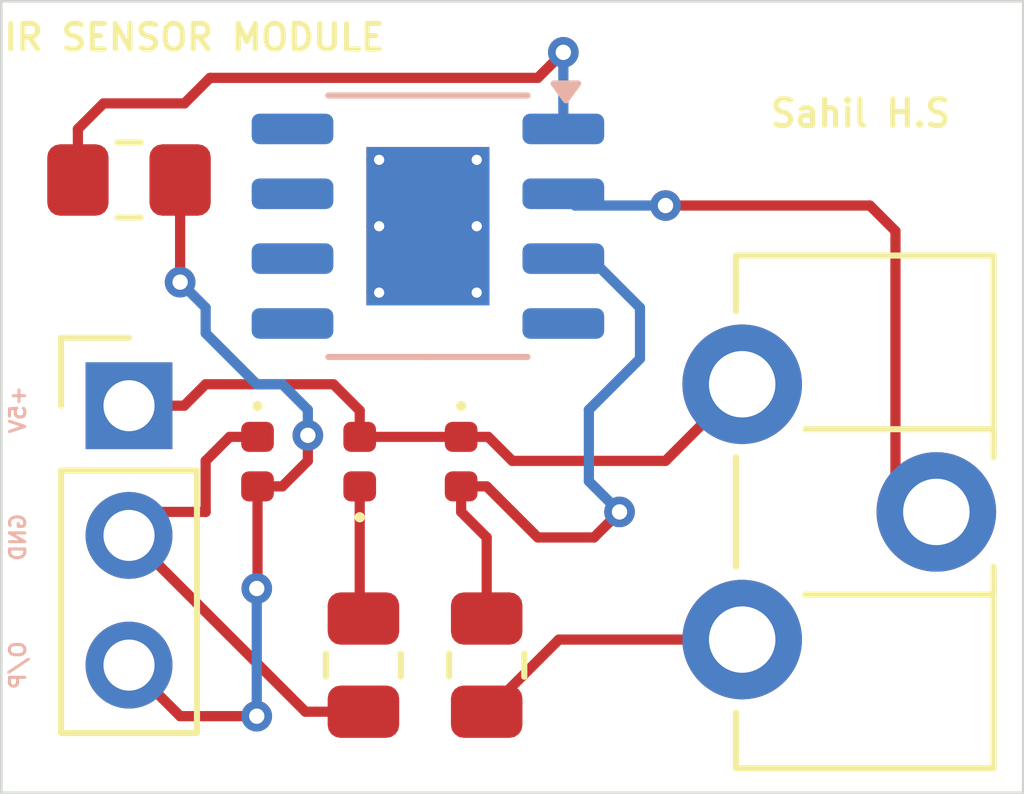
<source format=kicad_pcb>
(kicad_pcb (version 20240108) (generator "pcbnew") (generator_version "8.0")
  (layers (0 "F.Cu" signal) (31 "B.Cu" signal) (34 "B.Paste" user) (35 "F.Paste" user) (36 "B.SilkS" user "B.Silkscreen") (37 "F.SilkS" user "F.Silkscreen") (38 "B.Mask" user) (39 "F.Mask" user) (44 "Edge.Cuts" user))
  (net 0 "")
  (net 1 "Net-(D1-A)")
  (net 2 "+5V")
  (net 3 "Net-(D2-K)")
  (net 4 "GND")
  (net 5 "/o{slash}p")
  (net 6 "Net-(R3-Pad1)")
  (net 7 "Net-(U1A--)")
  (footprint "LED_SMD:LED_0402_1005Metric" (layer "F.Cu") (at 138 76.015 -90)
    (property "Reference" "D1" (hide yes))
    (property "Value" "D_Photo" (hide yes))
    (fp_circle (center -1.09 0) (end -1.04 0) (stroke (width 0.1)) (fill none) (layer "F.SilkS"))
    (pad "1" smd roundrect (at -0.485 0 270) (size 0.59 0.64) (layers "F.Cu" "F.Paste" "F.Mask") (net 2 "+5V"))
    (pad "2" smd roundrect (at 0.485 0 270) (size 0.59 0.64) (layers "F.Cu" "F.Paste" "F.Mask") (net 1 "Net-(D1-A)"))
  )
  (footprint "Potentiometer_THT:Potentiometer_ACP_CA9-H3,8_Horizontal" (layer "F.Cu") (at 143.5 74.5)
    (property "Reference" "RV1" (hide yes))
    (property "Value" "R_Potentiometer" (hide yes))
    (fp_line (start -0.121 -2.521) (end -0.121 -1.426) (stroke (width 0.12)) (layer "F.SilkS"))
    (fp_line (start -0.121 -2.521) (end 4.92 -2.521) (stroke (width 0.12)) (layer "F.SilkS"))
    (fp_line (start -0.121 1.426) (end -0.121 3.575) (stroke (width 0.12)) (layer "F.SilkS"))
    (fp_line (start -0.121 1.426) (end -0.121 3.575) (stroke (width 0.12)) (layer "F.SilkS"))
    (fp_line (start -0.121 6.425) (end -0.121 7.52) (stroke (width 0.12)) (layer "F.SilkS"))
    (fp_line (start -0.121 7.52) (end 4.92 7.52) (stroke (width 0.12)) (layer "F.SilkS"))
    (fp_line (start 1.237 0.88) (end 4.92 0.88) (stroke (width 0.12)) (layer "F.SilkS"))
    (fp_line (start 1.237 4.12) (end 4.92 4.12) (stroke (width 0.12)) (layer "F.SilkS"))
    (fp_line (start 4.92 -2.521) (end 4.92 1.428) (stroke (width 0.12)) (layer "F.SilkS"))
    (fp_line (start 4.92 0.88) (end 4.92 1.428) (stroke (width 0.12)) (layer "F.SilkS"))
    (fp_line (start 4.92 3.573) (end 4.92 4.12) (stroke (width 0.12)) (layer "F.SilkS"))
    (fp_line (start 4.92 3.573) (end 4.92 7.52) (stroke (width 0.12)) (layer "F.SilkS"))
    (pad "1" thru_hole circle (at 0 0) (size 2.34 2.34) (drill 1.3) (layers "*.Cu" "*.Mask") (net 2 "+5V"))
    (pad "2" thru_hole circle (at 3.8 2.5) (size 2.34 2.34) (drill 1.3) (layers "*.Cu" "*.Mask") (net 7 "Net-(U1A--)"))
    (pad "3" thru_hole circle (at 0 5) (size 2.34 2.34) (drill 1.3) (layers "*.Cu" "*.Mask") (net 4 "GND"))
  )
  (footprint "Resistor_SMD:R_0805_2012Metric_Pad1.20x1.40mm_HandSolder" (layer "F.Cu") (at 131.5 70.5)
    (property "Reference" "R3" (hide yes))
    (property "Value" "R")
    (fp_line (start -0.227064 -0.735) (end 0.227064 -0.735) (stroke (width 0.12)) (layer "F.SilkS"))
    (fp_line (start -0.227064 0.735) (end 0.227064 0.735) (stroke (width 0.12)) (layer "F.SilkS"))
    (pad "1" smd roundrect (at -1 0) (size 1.2 1.4) (layers "F.Cu" "F.Paste" "F.Mask") (roundrect_rratio 0.208333) (net 6 "Net-(R3-Pad1)"))
    (pad "2" smd roundrect (at 1 0) (size 1.2 1.4) (layers "F.Cu" "F.Paste" "F.Mask") (roundrect_rratio 0.208333) (net 5 "/o{slash}p"))
  )
  (footprint "LED_SMD:LED_0402_1005Metric" (layer "F.Cu") (at 134.015 76.015 -90)
    (property "Reference" "D3" (hide yes))
    (property "Value" "LED" (hide yes))
    (fp_circle (center -1.09 0) (end -1.04 0) (stroke (width 0.1)) (fill none) (layer "F.SilkS"))
    (pad "1" smd roundrect (at -0.485 0 270) (size 0.59 0.64) (layers "F.Cu" "F.Paste" "F.Mask") (net 4 "GND"))
    (pad "2" smd roundrect (at 0.485 0 270) (size 0.59 0.64) (layers "F.Cu" "F.Paste" "F.Mask") (net 5 "/o{slash}p"))
  )
  (footprint "Resistor_SMD:R_0805_2012Metric" (layer "F.Cu") (at 138.5 80 -90)
    (property "Reference" "R2" (hide yes))
    (property "Value" "R")
    (fp_line (start -0.227064 0.735) (end 0.227064 0.735) (stroke (width 0.12)) (layer "F.SilkS"))
    (fp_line (start -0.227064 -0.735) (end 0.227064 -0.735) (stroke (width 0.12)) (layer "F.SilkS"))
    (pad "1" smd roundrect (at -0.9125 0 270) (size 1.025 1.4) (layers "F.Cu" "F.Paste" "F.Mask") (roundrect_rratio 0.243902) (net 1 "Net-(D1-A)"))
    (pad "2" smd roundrect (at 0.9125 0 270) (size 1.025 1.4) (layers "F.Cu" "F.Paste" "F.Mask") (roundrect_rratio 0.243902) (net 4 "GND"))
  )
  (footprint "Resistor_SMD:R_0805_2012Metric" (layer "F.Cu") (at 136.0875 80 -90)
    (property "Reference" "R1" (hide yes))
    (property "Value" "R" (hide yes))
    (fp_line (start -0.227064 0.735) (end 0.227064 0.735) (stroke (width 0.12)) (layer "F.SilkS"))
    (fp_line (start -0.227064 -0.735) (end 0.227064 -0.735) (stroke (width 0.12)) (layer "F.SilkS"))
    (pad "1" smd roundrect (at -0.9125 0 270) (size 1.025 1.4) (layers "F.Cu" "F.Paste" "F.Mask") (roundrect_rratio 0.243902) (net 3 "Net-(D2-K)"))
    (pad "2" smd roundrect (at 0.9125 0 270) (size 1.025 1.4) (layers "F.Cu" "F.Paste" "F.Mask") (roundrect_rratio 0.243902) (net 4 "GND"))
  )
  (footprint "Connector_PinHeader_2.54mm:PinHeader_1x03_P2.54mm_Vertical" (layer "F.Cu") (at 131.5 74.92)
    (property "Reference" "J1" (hide yes))
    (property "Value" "Conn_01x03_Pin" (hide yes))
    (fp_line (start -1.33 -1.33) (end 0 -1.33) (stroke (width 0.12)) (layer "F.SilkS"))
    (fp_line (start -1.33 0) (end -1.33 -1.33) (stroke (width 0.12)) (layer "F.SilkS"))
    (fp_line (start -1.33 1.27) (end -1.33 6.41) (stroke (width 0.12)) (layer "F.SilkS"))
    (fp_line (start -1.33 1.27) (end 1.33 1.27) (stroke (width 0.12)) (layer "F.SilkS"))
    (fp_line (start -1.33 6.41) (end 1.33 6.41) (stroke (width 0.12)) (layer "F.SilkS"))
    (fp_line (start 1.33 1.27) (end 1.33 6.41) (stroke (width 0.12)) (layer "F.SilkS"))
    (pad "1" thru_hole rect (at 0 0) (size 1.7 1.7) (drill 1) (layers "*.Cu" "*.Mask") (net 2 "+5V"))
    (pad "2" thru_hole oval (at 0 2.54) (size 1.7 1.7) (drill 1) (layers "*.Cu" "*.Mask") (net 4 "GND"))
    (pad "3" thru_hole oval (at 0 5.08) (size 1.7 1.7) (drill 1) (layers "*.Cu" "*.Mask") (net 5 "/o{slash}p"))
  )
  (footprint "LED_SMD:LED_0402_1005Metric" (layer "F.Cu") (at 136.015 76.015 90)
    (property "Reference" "D2" (hide yes))
    (property "Value" "IR204A" (hide yes))
    (fp_circle (center -1.09 0) (end -1.04 0) (stroke (width 0.1)) (fill none) (layer "F.SilkS"))
    (pad "1" smd roundrect (at -0.485 0 90) (size 0.59 0.64) (layers "F.Cu" "F.Paste" "F.Mask") (net 3 "Net-(D2-K)"))
    (pad "2" smd roundrect (at 0.485 0 90) (size 0.59 0.64) (layers "F.Cu" "F.Paste" "F.Mask") (net 2 "+5V"))
  )
  (footprint "Package_SO:HSOP-8-1EP_3.9x4.9mm_P1.27mm_EP2.41x3.1mm_ThermalVias" (layer "B.Cu") (at 137.35 71.405 180)
    (property "Reference" "U1" (hide yes))
    (property "Value" "LM358" (hide yes))
    (fp_line (start 1.95 2.56) (end 0 2.56) (stroke (width 0.12)) (layer "B.SilkS"))
    (fp_line (start 1.95 -2.56) (end 0 -2.56) (stroke (width 0.12)) (layer "B.SilkS"))
    (fp_line (start -1.95 2.56) (end 0 2.56) (stroke (width 0.12)) (layer "B.SilkS"))
    (fp_line (start -1.95 -2.56) (end 0 -2.56) (stroke (width 0.12)) (layer "B.SilkS"))
    (fp_poly (pts (xy -2.7 2.465) (xy -2.94 2.795) (xy -2.46 2.795) (xy -2.7 2.465)) (stroke (width 0.12)) (fill solid) (layer "B.SilkS"))
    (pad "1" smd roundrect (at -2.65 1.905 180) (size 1.6 0.6) (layers "B.Cu" "B.Paste" "B.Mask") (net 6 "Net-(R3-Pad1)"))
    (pad "2" smd roundrect (at -2.65 0.635 180) (size 1.6 0.6) (layers "B.Cu" "B.Paste" "B.Mask") (net 7 "Net-(U1A--)"))
    (pad "3" smd roundrect (at -2.65 -0.635 180) (size 1.6 0.6) (layers "B.Cu" "B.Paste" "B.Mask") (net 1 "Net-(D1-A)"))
    (pad "4" smd roundrect (at -2.65 -1.905 180) (size 1.6 0.6) (layers "B.Cu" "B.Paste" "B.Mask"))
    (pad "5" smd roundrect (at 2.65 -1.905 180) (size 1.6 0.6) (layers "B.Cu" "B.Paste" "B.Mask"))
    (pad "6" smd roundrect (at 2.65 -0.635 180) (size 1.6 0.6) (layers "B.Cu" "B.Paste" "B.Mask"))
    (pad "7" smd roundrect (at 2.65 0.635 180) (size 1.6 0.6) (layers "B.Cu" "B.Paste" "B.Mask"))
    (pad "8" smd roundrect (at 2.65 1.905 180) (size 1.6 0.6) (layers "B.Cu" "B.Paste" "B.Mask"))
    (pad "9" thru_hole circle (at -0.955 -1.3 180) (size 0.5 0.5) (drill 0.2) (property pad_prop_heatsink) (layers "*.Cu"))
    (pad "9" thru_hole circle (at -0.955 0 180) (size 0.5 0.5) (drill 0.2) (property pad_prop_heatsink) (layers "*.Cu"))
    (pad "9" thru_hole circle (at -0.955 1.3 180) (size 0.5 0.5) (drill 0.2) (property pad_prop_heatsink) (layers "*.Cu"))
    (pad "9" smd rect (at 0 0 180) (size 2.41 3.1) (property pad_prop_heatsink) (layers "F.Cu"))
    (pad "9" smd rect (at 0 0 180) (size 2.41 3.1) (property pad_prop_heatsink) (layers "B.Cu" "B.Mask"))
    (pad "9" thru_hole circle (at 0.955 -1.3 180) (size 0.5 0.5) (drill 0.2) (property pad_prop_heatsink) (layers "*.Cu"))
    (pad "9" thru_hole circle (at 0.955 0 180) (size 0.5 0.5) (drill 0.2) (property pad_prop_heatsink) (layers "*.Cu"))
    (pad "9" thru_hole circle (at 0.955 1.3 180) (size 0.5 0.5) (drill 0.2) (property pad_prop_heatsink) (layers "*.Cu"))
  )
  (gr_rect (start 129 67) (end 149 82.5) (stroke (width 0.05)) (fill none) (layer "Edge.Cuts"))
  (gr_text "O/P" (at 129.5 79.5 90) (layer "B.SilkS") (effects (font (size 0.3 0.3) (thickness 0.06) (bold yes)) (justify left bottom mirror)))
  (gr_text "+5V" (at 129.5 74.5 90) (layer "B.SilkS") (effects (font (size 0.3 0.3) (thickness 0.06) (bold yes)) (justify left bottom mirror)))
  (gr_text "GND\n" (at 129.5 77 90) (layer "B.SilkS") (effects (font (size 0.3 0.3) (thickness 0.06) (bold yes)) (justify left bottom mirror)))
  (gr_text "IR SENSOR MODULE" (at 129 68 0) (layer "F.SilkS") (effects (font (size 0.5 0.5) (thickness 0.1)) (justify left bottom)))
  (gr_text "Sahil H.S" (at 144 69.5 0) (layer "F.SilkS") (effects (font (size 0.52 0.5) (thickness 0.1)) (justify left bottom)))
  (segment (start 138.5 77.5) (end 138.5 79.0875) (width 0.2) (layer "F.Cu") (net 1))
  (segment (start 138 77) (end 138.5 77.5) (width 0.2) (layer "F.Cu") (net 1))
  (segment (start 139.5 77.5) (end 140.6 77.5) (width 0.2) (layer "F.Cu") (net 1))
  (segment (start 138 76.5) (end 138 77) (width 0.2) (layer "F.Cu") (net 1))
  (segment (start 138 76.5) (end 138.5 76.5) (width 0.2) (layer "F.Cu") (net 1))
  (segment (start 138.5 76.5) (end 139.5 77.5) (width 0.2) (layer "F.Cu") (net 1))
  (segment (start 140.6 77.5) (end 141.1 77) (width 0.2) (layer "F.Cu") (net 1))
  (via (at 141.1 77) (size 0.6) (drill 0.3) (layers "F.Cu" "B.Cu") (net 1))
  (segment (start 141.1 77) (end 140.5 76.4) (width 0.2) (layer "B.Cu") (net 1))
  (segment (start 141.5 74) (end 141.5 73) (width 0.2) (layer "B.Cu") (net 1))
  (segment (start 140.5 76.4) (end 140.5 75) (width 0.2) (layer "B.Cu") (net 1))
  (segment (start 140.54 72.04) (end 140 72.04) (width 0.2) (layer "B.Cu") (net 1))
  (segment (start 140.5 75) (end 141.5 74) (width 0.2) (layer "B.Cu") (net 1))
  (segment (start 141.5 73) (end 140.54 72.04) (width 0.2) (layer "B.Cu") (net 1))
  (segment (start 142.7 74.5) (end 142.7 75.3) (width 0.2) (layer "F.Cu") (net 2))
  (segment (start 138 75.53) (end 136.015 75.53) (width 0.2) (layer "F.Cu") (net 2))
  (segment (start 133 74.5) (end 135.5 74.5) (width 0.2) (layer "F.Cu") (net 2))
  (segment (start 138.53 75.53) (end 138 75.53) (width 0.2) (layer "F.Cu") (net 2))
  (segment (start 142.7 75.3) (end 142 76) (width 0.2) (layer "F.Cu") (net 2))
  (segment (start 135.5 74.5) (end 136.015 75.015) (width 0.2) (layer "F.Cu") (net 2))
  (segment (start 136.015 75.015) (end 136.015 75.53) (width 0.2) (layer "F.Cu") (net 2))
  (segment (start 142 76) (end 139 76) (width 0.2) (layer "F.Cu") (net 2))
  (segment (start 139 76) (end 138.53 75.53) (width 0.2) (layer "F.Cu") (net 2))
  (segment (start 132.58 74.92) (end 133 74.5) (width 0.2) (layer "F.Cu") (net 2))
  (segment (start 131.5 74.92) (end 132.58 74.92) (width 0.2) (layer "F.Cu") (net 2))
  (segment (start 136.015 79.015) (end 136.0875 79.0875) (width 0.2) (layer "F.Cu") (net 3))
  (segment (start 136.015 76.5) (end 136.015 79.015) (width 0.2) (layer "F.Cu") (net 3))
  (segment (start 134.9525 80.9125) (end 136.0875 80.9125) (width 0.2) (layer "F.Cu") (net 4))
  (segment (start 133 77) (end 133 76) (width 0.2) (layer "F.Cu") (net 4))
  (segment (start 131.5 77.46) (end 134.9525 80.9125) (width 0.2) (layer "F.Cu") (net 4))
  (segment (start 131.96 77) (end 133 77) (width 0.2) (layer "F.Cu") (net 4))
  (segment (start 131.5 77.46) (end 131.96 77) (width 0.2) (layer "F.Cu") (net 4))
  (segment (start 139.9125 79.5) (end 138.5 80.9125) (width 0.2) (layer "F.Cu") (net 4))
  (segment (start 142.7 79.5) (end 139.9125 79.5) (width 0.2) (layer "F.Cu") (net 4))
  (segment (start 133 76) (end 133.47 75.53) (width 0.2) (layer "F.Cu") (net 4))
  (segment (start 133.47 75.53) (end 134.015 75.53) (width 0.2) (layer "F.Cu") (net 4))
  (segment (start 134.015 76.5) (end 134.5 76.5) (width 0.2) (layer "F.Cu") (net 5))
  (segment (start 132.5 70.5) (end 132.5 72.5) (width 0.2) (layer "F.Cu") (net 5))
  (segment (start 134 81) (end 132.5 81) (width 0.2) (layer "F.Cu") (net 5))
  (segment (start 134.5 76.5) (end 135 76) (width 0.2) (layer "F.Cu") (net 5))
  (segment (start 134.015 76.5) (end 134.015 78.485) (width 0.2) (layer "F.Cu") (net 5))
  (segment (start 135 75.5) (end 135 76) (width 0.2) (layer "F.Cu") (net 5))
  (segment (start 132.5 81) (end 131.5 80) (width 0.2) (layer "F.Cu") (net 5))
  (segment (start 134.015 78.485) (end 134 78.5) (width 0.2) (layer "F.Cu") (net 5))
  (via (at 132.5 72.5) (size 0.6) (drill 0.3) (layers "F.Cu" "B.Cu") (net 5))
  (via (at 134 78.5) (size 0.6) (drill 0.3) (layers "F.Cu" "B.Cu") (net 5))
  (via (at 134 81) (size 0.6) (drill 0.3) (layers "F.Cu" "B.Cu") (net 5))
  (via (at 135 75.5) (size 0.6) (drill 0.3) (layers "F.Cu" "B.Cu") (net 5))
  (segment (start 133 73) (end 133 73.5) (width 0.2) (layer "B.Cu") (net 5))
  (segment (start 133 73.5) (end 134 74.5) (width 0.2) (layer "B.Cu") (net 5))
  (segment (start 135 75) (end 135 75.5) (width 0.2) (layer "B.Cu") (net 5))
  (segment (start 134 74.5) (end 134.5 74.5) (width 0.2) (layer "B.Cu") (net 5))
  (segment (start 134.5 74.5) (end 135 75) (width 0.2) (layer "B.Cu") (net 5))
  (segment (start 132.5 72.5) (end 133 73) (width 0.2) (layer "B.Cu") (net 5))
  (segment (start 134 78.5) (end 134 81) (width 0.2) (layer "B.Cu") (net 5))
  (segment (start 133.084744 68.5) (end 132.584744 69) (width 0.2) (layer "F.Cu") (net 6))
  (segment (start 139.5 68.5) (end 133.084744 68.5) (width 0.2) (layer "F.Cu") (net 6))
  (segment (start 132.584744 69) (end 131 69) (width 0.2) (layer "F.Cu") (net 6))
  (segment (start 130.5 69.5) (end 130.5 70.5) (width 0.2) (layer "F.Cu") (net 6))
  (segment (start 131 69) (end 130.5 69.5) (width 0.2) (layer "F.Cu") (net 6))
  (segment (start 140 68) (end 139.5 68.5) (width 0.2) (layer "F.Cu") (net 6))
  (via (at 140 68) (size 0.6) (drill 0.3) (layers "F.Cu" "B.Cu") (net 6))
  (segment (start 140 68) (end 140 69.5) (width 0.2) (layer "B.Cu") (net 6))
  (segment (start 146.5 77) (end 146.5 71.5) (width 0.2) (layer "F.Cu") (net 7))
  (segment (start 146 71) (end 142 71) (width 0.2) (layer "F.Cu") (net 7))
  (segment (start 146.5 71.5) (end 146 71) (width 0.2) (layer "F.Cu") (net 7))
  (via (at 142 71) (size 0.6) (drill 0.3) (layers "F.Cu" "B.Cu") (net 7))
  (segment (start 140.23 71) (end 140 70.77) (width 0.2) (layer "B.Cu") (net 7))
  (segment (start 142 71) (end 140.23 71) (width 0.2) (layer "B.Cu") (net 7))
)
</source>
